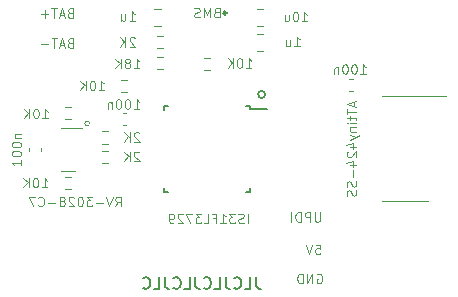
<source format=gbr>
%TF.GenerationSoftware,KiCad,Pcbnew,7.0.7*%
%TF.CreationDate,2024-04-20T23:27:06+02:00*%
%TF.ProjectId,Heptachron,48657074-6163-4687-926f-6e2e6b696361,rev?*%
%TF.SameCoordinates,Original*%
%TF.FileFunction,Legend,Bot*%
%TF.FilePolarity,Positive*%
%FSLAX46Y46*%
G04 Gerber Fmt 4.6, Leading zero omitted, Abs format (unit mm)*
G04 Created by KiCad (PCBNEW 7.0.7) date 2024-04-20 23:27:06*
%MOMM*%
%LPD*%
G01*
G04 APERTURE LIST*
%ADD10C,0.150000*%
%ADD11C,0.125000*%
%ADD12C,0.120000*%
%ADD13C,0.254000*%
G04 APERTURE END LIST*
D10*
X152900000Y-96387500D02*
G75*
G03*
X152900000Y-96387500I-300000J0D01*
G01*
D11*
X148777202Y-89453810D02*
X148662916Y-89491905D01*
X148662916Y-89491905D02*
X148624821Y-89530001D01*
X148624821Y-89530001D02*
X148586725Y-89606191D01*
X148586725Y-89606191D02*
X148586725Y-89720477D01*
X148586725Y-89720477D02*
X148624821Y-89796667D01*
X148624821Y-89796667D02*
X148662916Y-89834763D01*
X148662916Y-89834763D02*
X148739106Y-89872858D01*
X148739106Y-89872858D02*
X149043868Y-89872858D01*
X149043868Y-89872858D02*
X149043868Y-89072858D01*
X149043868Y-89072858D02*
X148777202Y-89072858D01*
X148777202Y-89072858D02*
X148701011Y-89110953D01*
X148701011Y-89110953D02*
X148662916Y-89149048D01*
X148662916Y-89149048D02*
X148624821Y-89225239D01*
X148624821Y-89225239D02*
X148624821Y-89301429D01*
X148624821Y-89301429D02*
X148662916Y-89377620D01*
X148662916Y-89377620D02*
X148701011Y-89415715D01*
X148701011Y-89415715D02*
X148777202Y-89453810D01*
X148777202Y-89453810D02*
X149043868Y-89453810D01*
X148243868Y-89872858D02*
X148243868Y-89072858D01*
X148243868Y-89072858D02*
X147977202Y-89644286D01*
X147977202Y-89644286D02*
X147710535Y-89072858D01*
X147710535Y-89072858D02*
X147710535Y-89872858D01*
X147367678Y-89834763D02*
X147253392Y-89872858D01*
X147253392Y-89872858D02*
X147062916Y-89872858D01*
X147062916Y-89872858D02*
X146986725Y-89834763D01*
X146986725Y-89834763D02*
X146948630Y-89796667D01*
X146948630Y-89796667D02*
X146910535Y-89720477D01*
X146910535Y-89720477D02*
X146910535Y-89644286D01*
X146910535Y-89644286D02*
X146948630Y-89568096D01*
X146948630Y-89568096D02*
X146986725Y-89530001D01*
X146986725Y-89530001D02*
X147062916Y-89491905D01*
X147062916Y-89491905D02*
X147215297Y-89453810D01*
X147215297Y-89453810D02*
X147291487Y-89415715D01*
X147291487Y-89415715D02*
X147329582Y-89377620D01*
X147329582Y-89377620D02*
X147367678Y-89301429D01*
X147367678Y-89301429D02*
X147367678Y-89225239D01*
X147367678Y-89225239D02*
X147329582Y-89149048D01*
X147329582Y-89149048D02*
X147291487Y-89110953D01*
X147291487Y-89110953D02*
X147215297Y-89072858D01*
X147215297Y-89072858D02*
X147024820Y-89072858D01*
X147024820Y-89072858D02*
X146910535Y-89110953D01*
D10*
X152127506Y-111869819D02*
X152127506Y-112584104D01*
X152127506Y-112584104D02*
X152175125Y-112726961D01*
X152175125Y-112726961D02*
X152270363Y-112822200D01*
X152270363Y-112822200D02*
X152413220Y-112869819D01*
X152413220Y-112869819D02*
X152508458Y-112869819D01*
X151175125Y-112869819D02*
X151651315Y-112869819D01*
X151651315Y-112869819D02*
X151651315Y-111869819D01*
X150270363Y-112774580D02*
X150317982Y-112822200D01*
X150317982Y-112822200D02*
X150460839Y-112869819D01*
X150460839Y-112869819D02*
X150556077Y-112869819D01*
X150556077Y-112869819D02*
X150698934Y-112822200D01*
X150698934Y-112822200D02*
X150794172Y-112726961D01*
X150794172Y-112726961D02*
X150841791Y-112631723D01*
X150841791Y-112631723D02*
X150889410Y-112441247D01*
X150889410Y-112441247D02*
X150889410Y-112298390D01*
X150889410Y-112298390D02*
X150841791Y-112107914D01*
X150841791Y-112107914D02*
X150794172Y-112012676D01*
X150794172Y-112012676D02*
X150698934Y-111917438D01*
X150698934Y-111917438D02*
X150556077Y-111869819D01*
X150556077Y-111869819D02*
X150460839Y-111869819D01*
X150460839Y-111869819D02*
X150317982Y-111917438D01*
X150317982Y-111917438D02*
X150270363Y-111965057D01*
X149556077Y-111869819D02*
X149556077Y-112584104D01*
X149556077Y-112584104D02*
X149603696Y-112726961D01*
X149603696Y-112726961D02*
X149698934Y-112822200D01*
X149698934Y-112822200D02*
X149841791Y-112869819D01*
X149841791Y-112869819D02*
X149937029Y-112869819D01*
X148603696Y-112869819D02*
X149079886Y-112869819D01*
X149079886Y-112869819D02*
X149079886Y-111869819D01*
X147698934Y-112774580D02*
X147746553Y-112822200D01*
X147746553Y-112822200D02*
X147889410Y-112869819D01*
X147889410Y-112869819D02*
X147984648Y-112869819D01*
X147984648Y-112869819D02*
X148127505Y-112822200D01*
X148127505Y-112822200D02*
X148222743Y-112726961D01*
X148222743Y-112726961D02*
X148270362Y-112631723D01*
X148270362Y-112631723D02*
X148317981Y-112441247D01*
X148317981Y-112441247D02*
X148317981Y-112298390D01*
X148317981Y-112298390D02*
X148270362Y-112107914D01*
X148270362Y-112107914D02*
X148222743Y-112012676D01*
X148222743Y-112012676D02*
X148127505Y-111917438D01*
X148127505Y-111917438D02*
X147984648Y-111869819D01*
X147984648Y-111869819D02*
X147889410Y-111869819D01*
X147889410Y-111869819D02*
X147746553Y-111917438D01*
X147746553Y-111917438D02*
X147698934Y-111965057D01*
X146984648Y-111869819D02*
X146984648Y-112584104D01*
X146984648Y-112584104D02*
X147032267Y-112726961D01*
X147032267Y-112726961D02*
X147127505Y-112822200D01*
X147127505Y-112822200D02*
X147270362Y-112869819D01*
X147270362Y-112869819D02*
X147365600Y-112869819D01*
X146032267Y-112869819D02*
X146508457Y-112869819D01*
X146508457Y-112869819D02*
X146508457Y-111869819D01*
X145127505Y-112774580D02*
X145175124Y-112822200D01*
X145175124Y-112822200D02*
X145317981Y-112869819D01*
X145317981Y-112869819D02*
X145413219Y-112869819D01*
X145413219Y-112869819D02*
X145556076Y-112822200D01*
X145556076Y-112822200D02*
X145651314Y-112726961D01*
X145651314Y-112726961D02*
X145698933Y-112631723D01*
X145698933Y-112631723D02*
X145746552Y-112441247D01*
X145746552Y-112441247D02*
X145746552Y-112298390D01*
X145746552Y-112298390D02*
X145698933Y-112107914D01*
X145698933Y-112107914D02*
X145651314Y-112012676D01*
X145651314Y-112012676D02*
X145556076Y-111917438D01*
X145556076Y-111917438D02*
X145413219Y-111869819D01*
X145413219Y-111869819D02*
X145317981Y-111869819D01*
X145317981Y-111869819D02*
X145175124Y-111917438D01*
X145175124Y-111917438D02*
X145127505Y-111965057D01*
X144413219Y-111869819D02*
X144413219Y-112584104D01*
X144413219Y-112584104D02*
X144460838Y-112726961D01*
X144460838Y-112726961D02*
X144556076Y-112822200D01*
X144556076Y-112822200D02*
X144698933Y-112869819D01*
X144698933Y-112869819D02*
X144794171Y-112869819D01*
X143460838Y-112869819D02*
X143937028Y-112869819D01*
X143937028Y-112869819D02*
X143937028Y-111869819D01*
X142556076Y-112774580D02*
X142603695Y-112822200D01*
X142603695Y-112822200D02*
X142746552Y-112869819D01*
X142746552Y-112869819D02*
X142841790Y-112869819D01*
X142841790Y-112869819D02*
X142984647Y-112822200D01*
X142984647Y-112822200D02*
X143079885Y-112726961D01*
X143079885Y-112726961D02*
X143127504Y-112631723D01*
X143127504Y-112631723D02*
X143175123Y-112441247D01*
X143175123Y-112441247D02*
X143175123Y-112298390D01*
X143175123Y-112298390D02*
X143127504Y-112107914D01*
X143127504Y-112107914D02*
X143079885Y-112012676D01*
X143079885Y-112012676D02*
X142984647Y-111917438D01*
X142984647Y-111917438D02*
X142841790Y-111869819D01*
X142841790Y-111869819D02*
X142746552Y-111869819D01*
X142746552Y-111869819D02*
X142603695Y-111917438D01*
X142603695Y-111917438D02*
X142556076Y-111965057D01*
D11*
X155999286Y-90198595D02*
X156456429Y-90198595D01*
X156227857Y-90198595D02*
X156227857Y-89398595D01*
X156227857Y-89398595D02*
X156304048Y-89512880D01*
X156304048Y-89512880D02*
X156380238Y-89589071D01*
X156380238Y-89589071D02*
X156456429Y-89627166D01*
X155504047Y-89398595D02*
X155427857Y-89398595D01*
X155427857Y-89398595D02*
X155351666Y-89436690D01*
X155351666Y-89436690D02*
X155313571Y-89474785D01*
X155313571Y-89474785D02*
X155275476Y-89550976D01*
X155275476Y-89550976D02*
X155237381Y-89703357D01*
X155237381Y-89703357D02*
X155237381Y-89893833D01*
X155237381Y-89893833D02*
X155275476Y-90046214D01*
X155275476Y-90046214D02*
X155313571Y-90122404D01*
X155313571Y-90122404D02*
X155351666Y-90160500D01*
X155351666Y-90160500D02*
X155427857Y-90198595D01*
X155427857Y-90198595D02*
X155504047Y-90198595D01*
X155504047Y-90198595D02*
X155580238Y-90160500D01*
X155580238Y-90160500D02*
X155618333Y-90122404D01*
X155618333Y-90122404D02*
X155656428Y-90046214D01*
X155656428Y-90046214D02*
X155694524Y-89893833D01*
X155694524Y-89893833D02*
X155694524Y-89703357D01*
X155694524Y-89703357D02*
X155656428Y-89550976D01*
X155656428Y-89550976D02*
X155618333Y-89474785D01*
X155618333Y-89474785D02*
X155580238Y-89436690D01*
X155580238Y-89436690D02*
X155504047Y-89398595D01*
X154551666Y-89665261D02*
X154551666Y-90198595D01*
X154894523Y-89665261D02*
X154894523Y-90084309D01*
X154894523Y-90084309D02*
X154856428Y-90160500D01*
X154856428Y-90160500D02*
X154780238Y-90198595D01*
X154780238Y-90198595D02*
X154665952Y-90198595D01*
X154665952Y-90198595D02*
X154589761Y-90160500D01*
X154589761Y-90160500D02*
X154551666Y-90122404D01*
X134002381Y-104263595D02*
X134459524Y-104263595D01*
X134230952Y-104263595D02*
X134230952Y-103463595D01*
X134230952Y-103463595D02*
X134307143Y-103577880D01*
X134307143Y-103577880D02*
X134383333Y-103654071D01*
X134383333Y-103654071D02*
X134459524Y-103692166D01*
X133507142Y-103463595D02*
X133430952Y-103463595D01*
X133430952Y-103463595D02*
X133354761Y-103501690D01*
X133354761Y-103501690D02*
X133316666Y-103539785D01*
X133316666Y-103539785D02*
X133278571Y-103615976D01*
X133278571Y-103615976D02*
X133240476Y-103768357D01*
X133240476Y-103768357D02*
X133240476Y-103958833D01*
X133240476Y-103958833D02*
X133278571Y-104111214D01*
X133278571Y-104111214D02*
X133316666Y-104187404D01*
X133316666Y-104187404D02*
X133354761Y-104225500D01*
X133354761Y-104225500D02*
X133430952Y-104263595D01*
X133430952Y-104263595D02*
X133507142Y-104263595D01*
X133507142Y-104263595D02*
X133583333Y-104225500D01*
X133583333Y-104225500D02*
X133621428Y-104187404D01*
X133621428Y-104187404D02*
X133659523Y-104111214D01*
X133659523Y-104111214D02*
X133697619Y-103958833D01*
X133697619Y-103958833D02*
X133697619Y-103768357D01*
X133697619Y-103768357D02*
X133659523Y-103615976D01*
X133659523Y-103615976D02*
X133621428Y-103539785D01*
X133621428Y-103539785D02*
X133583333Y-103501690D01*
X133583333Y-103501690D02*
X133507142Y-103463595D01*
X132897618Y-104263595D02*
X132897618Y-103463595D01*
X132440475Y-104263595D02*
X132783333Y-103806452D01*
X132440475Y-103463595D02*
X132897618Y-103920738D01*
X155368333Y-92308595D02*
X155825476Y-92308595D01*
X155596904Y-92308595D02*
X155596904Y-91508595D01*
X155596904Y-91508595D02*
X155673095Y-91622880D01*
X155673095Y-91622880D02*
X155749285Y-91699071D01*
X155749285Y-91699071D02*
X155825476Y-91737166D01*
X154682618Y-91775261D02*
X154682618Y-92308595D01*
X155025475Y-91775261D02*
X155025475Y-92194309D01*
X155025475Y-92194309D02*
X154987380Y-92270500D01*
X154987380Y-92270500D02*
X154911190Y-92308595D01*
X154911190Y-92308595D02*
X154796904Y-92308595D01*
X154796904Y-92308595D02*
X154720713Y-92270500D01*
X154720713Y-92270500D02*
X154682618Y-92232404D01*
X157552448Y-106360623D02*
X157552448Y-107008242D01*
X157552448Y-107008242D02*
X157514353Y-107084432D01*
X157514353Y-107084432D02*
X157476258Y-107122528D01*
X157476258Y-107122528D02*
X157400067Y-107160623D01*
X157400067Y-107160623D02*
X157247686Y-107160623D01*
X157247686Y-107160623D02*
X157171496Y-107122528D01*
X157171496Y-107122528D02*
X157133401Y-107084432D01*
X157133401Y-107084432D02*
X157095305Y-107008242D01*
X157095305Y-107008242D02*
X157095305Y-106360623D01*
X156714353Y-107160623D02*
X156714353Y-106360623D01*
X156714353Y-106360623D02*
X156409591Y-106360623D01*
X156409591Y-106360623D02*
X156333401Y-106398718D01*
X156333401Y-106398718D02*
X156295306Y-106436813D01*
X156295306Y-106436813D02*
X156257210Y-106513004D01*
X156257210Y-106513004D02*
X156257210Y-106627289D01*
X156257210Y-106627289D02*
X156295306Y-106703480D01*
X156295306Y-106703480D02*
X156333401Y-106741575D01*
X156333401Y-106741575D02*
X156409591Y-106779670D01*
X156409591Y-106779670D02*
X156714353Y-106779670D01*
X155914353Y-107160623D02*
X155914353Y-106360623D01*
X155914353Y-106360623D02*
X155723877Y-106360623D01*
X155723877Y-106360623D02*
X155609591Y-106398718D01*
X155609591Y-106398718D02*
X155533401Y-106474908D01*
X155533401Y-106474908D02*
X155495306Y-106551099D01*
X155495306Y-106551099D02*
X155457210Y-106703480D01*
X155457210Y-106703480D02*
X155457210Y-106817766D01*
X155457210Y-106817766D02*
X155495306Y-106970147D01*
X155495306Y-106970147D02*
X155533401Y-107046337D01*
X155533401Y-107046337D02*
X155609591Y-107122528D01*
X155609591Y-107122528D02*
X155723877Y-107160623D01*
X155723877Y-107160623D02*
X155914353Y-107160623D01*
X155114353Y-107160623D02*
X155114353Y-106360623D01*
X160385023Y-97019046D02*
X160385023Y-97399999D01*
X160613595Y-96942856D02*
X159813595Y-97209523D01*
X159813595Y-97209523D02*
X160613595Y-97476189D01*
X159813595Y-97628570D02*
X159813595Y-98085713D01*
X160613595Y-97857141D02*
X159813595Y-97857141D01*
X160080261Y-98238094D02*
X160080261Y-98542856D01*
X159813595Y-98352380D02*
X160499309Y-98352380D01*
X160499309Y-98352380D02*
X160575500Y-98390475D01*
X160575500Y-98390475D02*
X160613595Y-98466665D01*
X160613595Y-98466665D02*
X160613595Y-98542856D01*
X160613595Y-98809523D02*
X160080261Y-98809523D01*
X159813595Y-98809523D02*
X159851690Y-98771427D01*
X159851690Y-98771427D02*
X159889785Y-98809523D01*
X159889785Y-98809523D02*
X159851690Y-98847618D01*
X159851690Y-98847618D02*
X159813595Y-98809523D01*
X159813595Y-98809523D02*
X159889785Y-98809523D01*
X160080261Y-99190475D02*
X160613595Y-99190475D01*
X160156452Y-99190475D02*
X160118357Y-99228570D01*
X160118357Y-99228570D02*
X160080261Y-99304760D01*
X160080261Y-99304760D02*
X160080261Y-99419046D01*
X160080261Y-99419046D02*
X160118357Y-99495237D01*
X160118357Y-99495237D02*
X160194547Y-99533332D01*
X160194547Y-99533332D02*
X160613595Y-99533332D01*
X160080261Y-99838094D02*
X160613595Y-100028570D01*
X160080261Y-100219047D02*
X160613595Y-100028570D01*
X160613595Y-100028570D02*
X160804071Y-99952380D01*
X160804071Y-99952380D02*
X160842166Y-99914285D01*
X160842166Y-99914285D02*
X160880261Y-99838094D01*
X160080261Y-100866666D02*
X160613595Y-100866666D01*
X159775500Y-100676190D02*
X160346928Y-100485713D01*
X160346928Y-100485713D02*
X160346928Y-100980952D01*
X159889785Y-101247618D02*
X159851690Y-101285714D01*
X159851690Y-101285714D02*
X159813595Y-101361904D01*
X159813595Y-101361904D02*
X159813595Y-101552380D01*
X159813595Y-101552380D02*
X159851690Y-101628571D01*
X159851690Y-101628571D02*
X159889785Y-101666666D01*
X159889785Y-101666666D02*
X159965976Y-101704761D01*
X159965976Y-101704761D02*
X160042166Y-101704761D01*
X160042166Y-101704761D02*
X160156452Y-101666666D01*
X160156452Y-101666666D02*
X160613595Y-101209523D01*
X160613595Y-101209523D02*
X160613595Y-101704761D01*
X160080261Y-102390476D02*
X160613595Y-102390476D01*
X159775500Y-102200000D02*
X160346928Y-102009523D01*
X160346928Y-102009523D02*
X160346928Y-102504762D01*
X160308833Y-102809524D02*
X160308833Y-103419048D01*
X160575500Y-103761904D02*
X160613595Y-103876190D01*
X160613595Y-103876190D02*
X160613595Y-104066666D01*
X160613595Y-104066666D02*
X160575500Y-104142857D01*
X160575500Y-104142857D02*
X160537404Y-104180952D01*
X160537404Y-104180952D02*
X160461214Y-104219047D01*
X160461214Y-104219047D02*
X160385023Y-104219047D01*
X160385023Y-104219047D02*
X160308833Y-104180952D01*
X160308833Y-104180952D02*
X160270738Y-104142857D01*
X160270738Y-104142857D02*
X160232642Y-104066666D01*
X160232642Y-104066666D02*
X160194547Y-103914285D01*
X160194547Y-103914285D02*
X160156452Y-103838095D01*
X160156452Y-103838095D02*
X160118357Y-103800000D01*
X160118357Y-103800000D02*
X160042166Y-103761904D01*
X160042166Y-103761904D02*
X159965976Y-103761904D01*
X159965976Y-103761904D02*
X159889785Y-103800000D01*
X159889785Y-103800000D02*
X159851690Y-103838095D01*
X159851690Y-103838095D02*
X159813595Y-103914285D01*
X159813595Y-103914285D02*
X159813595Y-104104762D01*
X159813595Y-104104762D02*
X159851690Y-104219047D01*
X160575500Y-104523809D02*
X160613595Y-104638095D01*
X160613595Y-104638095D02*
X160613595Y-104828571D01*
X160613595Y-104828571D02*
X160575500Y-104904762D01*
X160575500Y-104904762D02*
X160537404Y-104942857D01*
X160537404Y-104942857D02*
X160461214Y-104980952D01*
X160461214Y-104980952D02*
X160385023Y-104980952D01*
X160385023Y-104980952D02*
X160308833Y-104942857D01*
X160308833Y-104942857D02*
X160270738Y-104904762D01*
X160270738Y-104904762D02*
X160232642Y-104828571D01*
X160232642Y-104828571D02*
X160194547Y-104676190D01*
X160194547Y-104676190D02*
X160156452Y-104600000D01*
X160156452Y-104600000D02*
X160118357Y-104561905D01*
X160118357Y-104561905D02*
X160042166Y-104523809D01*
X160042166Y-104523809D02*
X159965976Y-104523809D01*
X159965976Y-104523809D02*
X159889785Y-104561905D01*
X159889785Y-104561905D02*
X159851690Y-104600000D01*
X159851690Y-104600000D02*
X159813595Y-104676190D01*
X159813595Y-104676190D02*
X159813595Y-104866667D01*
X159813595Y-104866667D02*
X159851690Y-104980952D01*
X136382074Y-92037672D02*
X136267788Y-92075767D01*
X136267788Y-92075767D02*
X136229693Y-92113863D01*
X136229693Y-92113863D02*
X136191597Y-92190053D01*
X136191597Y-92190053D02*
X136191597Y-92304339D01*
X136191597Y-92304339D02*
X136229693Y-92380529D01*
X136229693Y-92380529D02*
X136267788Y-92418625D01*
X136267788Y-92418625D02*
X136343978Y-92456720D01*
X136343978Y-92456720D02*
X136648740Y-92456720D01*
X136648740Y-92456720D02*
X136648740Y-91656720D01*
X136648740Y-91656720D02*
X136382074Y-91656720D01*
X136382074Y-91656720D02*
X136305883Y-91694815D01*
X136305883Y-91694815D02*
X136267788Y-91732910D01*
X136267788Y-91732910D02*
X136229693Y-91809101D01*
X136229693Y-91809101D02*
X136229693Y-91885291D01*
X136229693Y-91885291D02*
X136267788Y-91961482D01*
X136267788Y-91961482D02*
X136305883Y-91999577D01*
X136305883Y-91999577D02*
X136382074Y-92037672D01*
X136382074Y-92037672D02*
X136648740Y-92037672D01*
X135886836Y-92228148D02*
X135505883Y-92228148D01*
X135963026Y-92456720D02*
X135696359Y-91656720D01*
X135696359Y-91656720D02*
X135429693Y-92456720D01*
X135277312Y-91656720D02*
X134820169Y-91656720D01*
X135048741Y-92456720D02*
X135048741Y-91656720D01*
X134553502Y-92151958D02*
X133943979Y-92151958D01*
X157289523Y-111601690D02*
X157365713Y-111563595D01*
X157365713Y-111563595D02*
X157479999Y-111563595D01*
X157479999Y-111563595D02*
X157594285Y-111601690D01*
X157594285Y-111601690D02*
X157670475Y-111677880D01*
X157670475Y-111677880D02*
X157708570Y-111754071D01*
X157708570Y-111754071D02*
X157746666Y-111906452D01*
X157746666Y-111906452D02*
X157746666Y-112020738D01*
X157746666Y-112020738D02*
X157708570Y-112173119D01*
X157708570Y-112173119D02*
X157670475Y-112249309D01*
X157670475Y-112249309D02*
X157594285Y-112325500D01*
X157594285Y-112325500D02*
X157479999Y-112363595D01*
X157479999Y-112363595D02*
X157403808Y-112363595D01*
X157403808Y-112363595D02*
X157289523Y-112325500D01*
X157289523Y-112325500D02*
X157251427Y-112287404D01*
X157251427Y-112287404D02*
X157251427Y-112020738D01*
X157251427Y-112020738D02*
X157403808Y-112020738D01*
X156908570Y-112363595D02*
X156908570Y-111563595D01*
X156908570Y-111563595D02*
X156451427Y-112363595D01*
X156451427Y-112363595D02*
X156451427Y-111563595D01*
X156070475Y-112363595D02*
X156070475Y-111563595D01*
X156070475Y-111563595D02*
X155879999Y-111563595D01*
X155879999Y-111563595D02*
X155765713Y-111601690D01*
X155765713Y-111601690D02*
X155689523Y-111677880D01*
X155689523Y-111677880D02*
X155651428Y-111754071D01*
X155651428Y-111754071D02*
X155613332Y-111906452D01*
X155613332Y-111906452D02*
X155613332Y-112020738D01*
X155613332Y-112020738D02*
X155651428Y-112173119D01*
X155651428Y-112173119D02*
X155689523Y-112249309D01*
X155689523Y-112249309D02*
X155765713Y-112325500D01*
X155765713Y-112325500D02*
X155879999Y-112363595D01*
X155879999Y-112363595D02*
X156070475Y-112363595D01*
X142243571Y-99664785D02*
X142205475Y-99626690D01*
X142205475Y-99626690D02*
X142129285Y-99588595D01*
X142129285Y-99588595D02*
X141938809Y-99588595D01*
X141938809Y-99588595D02*
X141862618Y-99626690D01*
X141862618Y-99626690D02*
X141824523Y-99664785D01*
X141824523Y-99664785D02*
X141786428Y-99740976D01*
X141786428Y-99740976D02*
X141786428Y-99817166D01*
X141786428Y-99817166D02*
X141824523Y-99931452D01*
X141824523Y-99931452D02*
X142281666Y-100388595D01*
X142281666Y-100388595D02*
X141786428Y-100388595D01*
X141443570Y-100388595D02*
X141443570Y-99588595D01*
X140986427Y-100388595D02*
X141329285Y-99931452D01*
X140986427Y-99588595D02*
X141443570Y-100045738D01*
X134027381Y-98413595D02*
X134484524Y-98413595D01*
X134255952Y-98413595D02*
X134255952Y-97613595D01*
X134255952Y-97613595D02*
X134332143Y-97727880D01*
X134332143Y-97727880D02*
X134408333Y-97804071D01*
X134408333Y-97804071D02*
X134484524Y-97842166D01*
X133532142Y-97613595D02*
X133455952Y-97613595D01*
X133455952Y-97613595D02*
X133379761Y-97651690D01*
X133379761Y-97651690D02*
X133341666Y-97689785D01*
X133341666Y-97689785D02*
X133303571Y-97765976D01*
X133303571Y-97765976D02*
X133265476Y-97918357D01*
X133265476Y-97918357D02*
X133265476Y-98108833D01*
X133265476Y-98108833D02*
X133303571Y-98261214D01*
X133303571Y-98261214D02*
X133341666Y-98337404D01*
X133341666Y-98337404D02*
X133379761Y-98375500D01*
X133379761Y-98375500D02*
X133455952Y-98413595D01*
X133455952Y-98413595D02*
X133532142Y-98413595D01*
X133532142Y-98413595D02*
X133608333Y-98375500D01*
X133608333Y-98375500D02*
X133646428Y-98337404D01*
X133646428Y-98337404D02*
X133684523Y-98261214D01*
X133684523Y-98261214D02*
X133722619Y-98108833D01*
X133722619Y-98108833D02*
X133722619Y-97918357D01*
X133722619Y-97918357D02*
X133684523Y-97765976D01*
X133684523Y-97765976D02*
X133646428Y-97689785D01*
X133646428Y-97689785D02*
X133608333Y-97651690D01*
X133608333Y-97651690D02*
X133532142Y-97613595D01*
X132922618Y-98413595D02*
X132922618Y-97613595D01*
X132465475Y-98413595D02*
X132808333Y-97956452D01*
X132465475Y-97613595D02*
X132922618Y-98070738D01*
X132238595Y-101945238D02*
X132238595Y-102402381D01*
X132238595Y-102173809D02*
X131438595Y-102173809D01*
X131438595Y-102173809D02*
X131552880Y-102250000D01*
X131552880Y-102250000D02*
X131629071Y-102326190D01*
X131629071Y-102326190D02*
X131667166Y-102402381D01*
X131438595Y-101449999D02*
X131438595Y-101373809D01*
X131438595Y-101373809D02*
X131476690Y-101297618D01*
X131476690Y-101297618D02*
X131514785Y-101259523D01*
X131514785Y-101259523D02*
X131590976Y-101221428D01*
X131590976Y-101221428D02*
X131743357Y-101183333D01*
X131743357Y-101183333D02*
X131933833Y-101183333D01*
X131933833Y-101183333D02*
X132086214Y-101221428D01*
X132086214Y-101221428D02*
X132162404Y-101259523D01*
X132162404Y-101259523D02*
X132200500Y-101297618D01*
X132200500Y-101297618D02*
X132238595Y-101373809D01*
X132238595Y-101373809D02*
X132238595Y-101449999D01*
X132238595Y-101449999D02*
X132200500Y-101526190D01*
X132200500Y-101526190D02*
X132162404Y-101564285D01*
X132162404Y-101564285D02*
X132086214Y-101602380D01*
X132086214Y-101602380D02*
X131933833Y-101640476D01*
X131933833Y-101640476D02*
X131743357Y-101640476D01*
X131743357Y-101640476D02*
X131590976Y-101602380D01*
X131590976Y-101602380D02*
X131514785Y-101564285D01*
X131514785Y-101564285D02*
X131476690Y-101526190D01*
X131476690Y-101526190D02*
X131438595Y-101449999D01*
X131438595Y-100688094D02*
X131438595Y-100611904D01*
X131438595Y-100611904D02*
X131476690Y-100535713D01*
X131476690Y-100535713D02*
X131514785Y-100497618D01*
X131514785Y-100497618D02*
X131590976Y-100459523D01*
X131590976Y-100459523D02*
X131743357Y-100421428D01*
X131743357Y-100421428D02*
X131933833Y-100421428D01*
X131933833Y-100421428D02*
X132086214Y-100459523D01*
X132086214Y-100459523D02*
X132162404Y-100497618D01*
X132162404Y-100497618D02*
X132200500Y-100535713D01*
X132200500Y-100535713D02*
X132238595Y-100611904D01*
X132238595Y-100611904D02*
X132238595Y-100688094D01*
X132238595Y-100688094D02*
X132200500Y-100764285D01*
X132200500Y-100764285D02*
X132162404Y-100802380D01*
X132162404Y-100802380D02*
X132086214Y-100840475D01*
X132086214Y-100840475D02*
X131933833Y-100878571D01*
X131933833Y-100878571D02*
X131743357Y-100878571D01*
X131743357Y-100878571D02*
X131590976Y-100840475D01*
X131590976Y-100840475D02*
X131514785Y-100802380D01*
X131514785Y-100802380D02*
X131476690Y-100764285D01*
X131476690Y-100764285D02*
X131438595Y-100688094D01*
X131705261Y-100078570D02*
X132238595Y-100078570D01*
X131781452Y-100078570D02*
X131743357Y-100040475D01*
X131743357Y-100040475D02*
X131705261Y-99964285D01*
X131705261Y-99964285D02*
X131705261Y-99849999D01*
X131705261Y-99849999D02*
X131743357Y-99773808D01*
X131743357Y-99773808D02*
X131819547Y-99735713D01*
X131819547Y-99735713D02*
X132238595Y-99735713D01*
X151427778Y-107279931D02*
X151427778Y-106479931D01*
X151084922Y-107241836D02*
X150970636Y-107279931D01*
X150970636Y-107279931D02*
X150780160Y-107279931D01*
X150780160Y-107279931D02*
X150703969Y-107241836D01*
X150703969Y-107241836D02*
X150665874Y-107203740D01*
X150665874Y-107203740D02*
X150627779Y-107127550D01*
X150627779Y-107127550D02*
X150627779Y-107051359D01*
X150627779Y-107051359D02*
X150665874Y-106975169D01*
X150665874Y-106975169D02*
X150703969Y-106937074D01*
X150703969Y-106937074D02*
X150780160Y-106898978D01*
X150780160Y-106898978D02*
X150932541Y-106860883D01*
X150932541Y-106860883D02*
X151008731Y-106822788D01*
X151008731Y-106822788D02*
X151046826Y-106784693D01*
X151046826Y-106784693D02*
X151084922Y-106708502D01*
X151084922Y-106708502D02*
X151084922Y-106632312D01*
X151084922Y-106632312D02*
X151046826Y-106556121D01*
X151046826Y-106556121D02*
X151008731Y-106518026D01*
X151008731Y-106518026D02*
X150932541Y-106479931D01*
X150932541Y-106479931D02*
X150742064Y-106479931D01*
X150742064Y-106479931D02*
X150627779Y-106518026D01*
X150361112Y-106479931D02*
X149865874Y-106479931D01*
X149865874Y-106479931D02*
X150132540Y-106784693D01*
X150132540Y-106784693D02*
X150018255Y-106784693D01*
X150018255Y-106784693D02*
X149942064Y-106822788D01*
X149942064Y-106822788D02*
X149903969Y-106860883D01*
X149903969Y-106860883D02*
X149865874Y-106937074D01*
X149865874Y-106937074D02*
X149865874Y-107127550D01*
X149865874Y-107127550D02*
X149903969Y-107203740D01*
X149903969Y-107203740D02*
X149942064Y-107241836D01*
X149942064Y-107241836D02*
X150018255Y-107279931D01*
X150018255Y-107279931D02*
X150246826Y-107279931D01*
X150246826Y-107279931D02*
X150323017Y-107241836D01*
X150323017Y-107241836D02*
X150361112Y-107203740D01*
X149103969Y-107279931D02*
X149561112Y-107279931D01*
X149332540Y-107279931D02*
X149332540Y-106479931D01*
X149332540Y-106479931D02*
X149408731Y-106594216D01*
X149408731Y-106594216D02*
X149484921Y-106670407D01*
X149484921Y-106670407D02*
X149561112Y-106708502D01*
X148494445Y-106860883D02*
X148761111Y-106860883D01*
X148761111Y-107279931D02*
X148761111Y-106479931D01*
X148761111Y-106479931D02*
X148380159Y-106479931D01*
X147694445Y-107279931D02*
X148075397Y-107279931D01*
X148075397Y-107279931D02*
X148075397Y-106479931D01*
X147503969Y-106479931D02*
X147008731Y-106479931D01*
X147008731Y-106479931D02*
X147275397Y-106784693D01*
X147275397Y-106784693D02*
X147161112Y-106784693D01*
X147161112Y-106784693D02*
X147084921Y-106822788D01*
X147084921Y-106822788D02*
X147046826Y-106860883D01*
X147046826Y-106860883D02*
X147008731Y-106937074D01*
X147008731Y-106937074D02*
X147008731Y-107127550D01*
X147008731Y-107127550D02*
X147046826Y-107203740D01*
X147046826Y-107203740D02*
X147084921Y-107241836D01*
X147084921Y-107241836D02*
X147161112Y-107279931D01*
X147161112Y-107279931D02*
X147389683Y-107279931D01*
X147389683Y-107279931D02*
X147465874Y-107241836D01*
X147465874Y-107241836D02*
X147503969Y-107203740D01*
X146742064Y-106479931D02*
X146208730Y-106479931D01*
X146208730Y-106479931D02*
X146551588Y-107279931D01*
X145942064Y-106556121D02*
X145903968Y-106518026D01*
X145903968Y-106518026D02*
X145827778Y-106479931D01*
X145827778Y-106479931D02*
X145637302Y-106479931D01*
X145637302Y-106479931D02*
X145561111Y-106518026D01*
X145561111Y-106518026D02*
X145523016Y-106556121D01*
X145523016Y-106556121D02*
X145484921Y-106632312D01*
X145484921Y-106632312D02*
X145484921Y-106708502D01*
X145484921Y-106708502D02*
X145523016Y-106822788D01*
X145523016Y-106822788D02*
X145980159Y-107279931D01*
X145980159Y-107279931D02*
X145484921Y-107279931D01*
X145103968Y-107279931D02*
X144951587Y-107279931D01*
X144951587Y-107279931D02*
X144875397Y-107241836D01*
X144875397Y-107241836D02*
X144837301Y-107203740D01*
X144837301Y-107203740D02*
X144761111Y-107089455D01*
X144761111Y-107089455D02*
X144723016Y-106937074D01*
X144723016Y-106937074D02*
X144723016Y-106632312D01*
X144723016Y-106632312D02*
X144761111Y-106556121D01*
X144761111Y-106556121D02*
X144799206Y-106518026D01*
X144799206Y-106518026D02*
X144875397Y-106479931D01*
X144875397Y-106479931D02*
X145027778Y-106479931D01*
X145027778Y-106479931D02*
X145103968Y-106518026D01*
X145103968Y-106518026D02*
X145142063Y-106556121D01*
X145142063Y-106556121D02*
X145180159Y-106632312D01*
X145180159Y-106632312D02*
X145180159Y-106822788D01*
X145180159Y-106822788D02*
X145142063Y-106898978D01*
X145142063Y-106898978D02*
X145103968Y-106937074D01*
X145103968Y-106937074D02*
X145027778Y-106975169D01*
X145027778Y-106975169D02*
X144875397Y-106975169D01*
X144875397Y-106975169D02*
X144799206Y-106937074D01*
X144799206Y-106937074D02*
X144761111Y-106898978D01*
X144761111Y-106898978D02*
X144723016Y-106822788D01*
X136369260Y-89476870D02*
X136254974Y-89514965D01*
X136254974Y-89514965D02*
X136216879Y-89553061D01*
X136216879Y-89553061D02*
X136178783Y-89629251D01*
X136178783Y-89629251D02*
X136178783Y-89743537D01*
X136178783Y-89743537D02*
X136216879Y-89819727D01*
X136216879Y-89819727D02*
X136254974Y-89857823D01*
X136254974Y-89857823D02*
X136331164Y-89895918D01*
X136331164Y-89895918D02*
X136635926Y-89895918D01*
X136635926Y-89895918D02*
X136635926Y-89095918D01*
X136635926Y-89095918D02*
X136369260Y-89095918D01*
X136369260Y-89095918D02*
X136293069Y-89134013D01*
X136293069Y-89134013D02*
X136254974Y-89172108D01*
X136254974Y-89172108D02*
X136216879Y-89248299D01*
X136216879Y-89248299D02*
X136216879Y-89324489D01*
X136216879Y-89324489D02*
X136254974Y-89400680D01*
X136254974Y-89400680D02*
X136293069Y-89438775D01*
X136293069Y-89438775D02*
X136369260Y-89476870D01*
X136369260Y-89476870D02*
X136635926Y-89476870D01*
X135874022Y-89667346D02*
X135493069Y-89667346D01*
X135950212Y-89895918D02*
X135683545Y-89095918D01*
X135683545Y-89095918D02*
X135416879Y-89895918D01*
X135264498Y-89095918D02*
X134807355Y-89095918D01*
X135035927Y-89895918D02*
X135035927Y-89095918D01*
X134540688Y-89591156D02*
X133931165Y-89591156D01*
X134235926Y-89895918D02*
X134235926Y-89286394D01*
X141795238Y-97593595D02*
X142252381Y-97593595D01*
X142023809Y-97593595D02*
X142023809Y-96793595D01*
X142023809Y-96793595D02*
X142100000Y-96907880D01*
X142100000Y-96907880D02*
X142176190Y-96984071D01*
X142176190Y-96984071D02*
X142252381Y-97022166D01*
X141299999Y-96793595D02*
X141223809Y-96793595D01*
X141223809Y-96793595D02*
X141147618Y-96831690D01*
X141147618Y-96831690D02*
X141109523Y-96869785D01*
X141109523Y-96869785D02*
X141071428Y-96945976D01*
X141071428Y-96945976D02*
X141033333Y-97098357D01*
X141033333Y-97098357D02*
X141033333Y-97288833D01*
X141033333Y-97288833D02*
X141071428Y-97441214D01*
X141071428Y-97441214D02*
X141109523Y-97517404D01*
X141109523Y-97517404D02*
X141147618Y-97555500D01*
X141147618Y-97555500D02*
X141223809Y-97593595D01*
X141223809Y-97593595D02*
X141299999Y-97593595D01*
X141299999Y-97593595D02*
X141376190Y-97555500D01*
X141376190Y-97555500D02*
X141414285Y-97517404D01*
X141414285Y-97517404D02*
X141452380Y-97441214D01*
X141452380Y-97441214D02*
X141490476Y-97288833D01*
X141490476Y-97288833D02*
X141490476Y-97098357D01*
X141490476Y-97098357D02*
X141452380Y-96945976D01*
X141452380Y-96945976D02*
X141414285Y-96869785D01*
X141414285Y-96869785D02*
X141376190Y-96831690D01*
X141376190Y-96831690D02*
X141299999Y-96793595D01*
X140538094Y-96793595D02*
X140461904Y-96793595D01*
X140461904Y-96793595D02*
X140385713Y-96831690D01*
X140385713Y-96831690D02*
X140347618Y-96869785D01*
X140347618Y-96869785D02*
X140309523Y-96945976D01*
X140309523Y-96945976D02*
X140271428Y-97098357D01*
X140271428Y-97098357D02*
X140271428Y-97288833D01*
X140271428Y-97288833D02*
X140309523Y-97441214D01*
X140309523Y-97441214D02*
X140347618Y-97517404D01*
X140347618Y-97517404D02*
X140385713Y-97555500D01*
X140385713Y-97555500D02*
X140461904Y-97593595D01*
X140461904Y-97593595D02*
X140538094Y-97593595D01*
X140538094Y-97593595D02*
X140614285Y-97555500D01*
X140614285Y-97555500D02*
X140652380Y-97517404D01*
X140652380Y-97517404D02*
X140690475Y-97441214D01*
X140690475Y-97441214D02*
X140728571Y-97288833D01*
X140728571Y-97288833D02*
X140728571Y-97098357D01*
X140728571Y-97098357D02*
X140690475Y-96945976D01*
X140690475Y-96945976D02*
X140652380Y-96869785D01*
X140652380Y-96869785D02*
X140614285Y-96831690D01*
X140614285Y-96831690D02*
X140538094Y-96793595D01*
X139928570Y-97060261D02*
X139928570Y-97593595D01*
X139928570Y-97136452D02*
X139890475Y-97098357D01*
X139890475Y-97098357D02*
X139814285Y-97060261D01*
X139814285Y-97060261D02*
X139699999Y-97060261D01*
X139699999Y-97060261D02*
X139623808Y-97098357D01*
X139623808Y-97098357D02*
X139585713Y-97174547D01*
X139585713Y-97174547D02*
X139585713Y-97593595D01*
X140215475Y-105863595D02*
X140482142Y-105482642D01*
X140672618Y-105863595D02*
X140672618Y-105063595D01*
X140672618Y-105063595D02*
X140367856Y-105063595D01*
X140367856Y-105063595D02*
X140291666Y-105101690D01*
X140291666Y-105101690D02*
X140253571Y-105139785D01*
X140253571Y-105139785D02*
X140215475Y-105215976D01*
X140215475Y-105215976D02*
X140215475Y-105330261D01*
X140215475Y-105330261D02*
X140253571Y-105406452D01*
X140253571Y-105406452D02*
X140291666Y-105444547D01*
X140291666Y-105444547D02*
X140367856Y-105482642D01*
X140367856Y-105482642D02*
X140672618Y-105482642D01*
X139986904Y-105063595D02*
X139720237Y-105863595D01*
X139720237Y-105863595D02*
X139453571Y-105063595D01*
X139186904Y-105558833D02*
X138577381Y-105558833D01*
X138272619Y-105063595D02*
X137777381Y-105063595D01*
X137777381Y-105063595D02*
X138044047Y-105368357D01*
X138044047Y-105368357D02*
X137929762Y-105368357D01*
X137929762Y-105368357D02*
X137853571Y-105406452D01*
X137853571Y-105406452D02*
X137815476Y-105444547D01*
X137815476Y-105444547D02*
X137777381Y-105520738D01*
X137777381Y-105520738D02*
X137777381Y-105711214D01*
X137777381Y-105711214D02*
X137815476Y-105787404D01*
X137815476Y-105787404D02*
X137853571Y-105825500D01*
X137853571Y-105825500D02*
X137929762Y-105863595D01*
X137929762Y-105863595D02*
X138158333Y-105863595D01*
X138158333Y-105863595D02*
X138234524Y-105825500D01*
X138234524Y-105825500D02*
X138272619Y-105787404D01*
X137282142Y-105063595D02*
X137205952Y-105063595D01*
X137205952Y-105063595D02*
X137129761Y-105101690D01*
X137129761Y-105101690D02*
X137091666Y-105139785D01*
X137091666Y-105139785D02*
X137053571Y-105215976D01*
X137053571Y-105215976D02*
X137015476Y-105368357D01*
X137015476Y-105368357D02*
X137015476Y-105558833D01*
X137015476Y-105558833D02*
X137053571Y-105711214D01*
X137053571Y-105711214D02*
X137091666Y-105787404D01*
X137091666Y-105787404D02*
X137129761Y-105825500D01*
X137129761Y-105825500D02*
X137205952Y-105863595D01*
X137205952Y-105863595D02*
X137282142Y-105863595D01*
X137282142Y-105863595D02*
X137358333Y-105825500D01*
X137358333Y-105825500D02*
X137396428Y-105787404D01*
X137396428Y-105787404D02*
X137434523Y-105711214D01*
X137434523Y-105711214D02*
X137472619Y-105558833D01*
X137472619Y-105558833D02*
X137472619Y-105368357D01*
X137472619Y-105368357D02*
X137434523Y-105215976D01*
X137434523Y-105215976D02*
X137396428Y-105139785D01*
X137396428Y-105139785D02*
X137358333Y-105101690D01*
X137358333Y-105101690D02*
X137282142Y-105063595D01*
X136710714Y-105139785D02*
X136672618Y-105101690D01*
X136672618Y-105101690D02*
X136596428Y-105063595D01*
X136596428Y-105063595D02*
X136405952Y-105063595D01*
X136405952Y-105063595D02*
X136329761Y-105101690D01*
X136329761Y-105101690D02*
X136291666Y-105139785D01*
X136291666Y-105139785D02*
X136253571Y-105215976D01*
X136253571Y-105215976D02*
X136253571Y-105292166D01*
X136253571Y-105292166D02*
X136291666Y-105406452D01*
X136291666Y-105406452D02*
X136748809Y-105863595D01*
X136748809Y-105863595D02*
X136253571Y-105863595D01*
X135796428Y-105406452D02*
X135872618Y-105368357D01*
X135872618Y-105368357D02*
X135910713Y-105330261D01*
X135910713Y-105330261D02*
X135948809Y-105254071D01*
X135948809Y-105254071D02*
X135948809Y-105215976D01*
X135948809Y-105215976D02*
X135910713Y-105139785D01*
X135910713Y-105139785D02*
X135872618Y-105101690D01*
X135872618Y-105101690D02*
X135796428Y-105063595D01*
X135796428Y-105063595D02*
X135644047Y-105063595D01*
X135644047Y-105063595D02*
X135567856Y-105101690D01*
X135567856Y-105101690D02*
X135529761Y-105139785D01*
X135529761Y-105139785D02*
X135491666Y-105215976D01*
X135491666Y-105215976D02*
X135491666Y-105254071D01*
X135491666Y-105254071D02*
X135529761Y-105330261D01*
X135529761Y-105330261D02*
X135567856Y-105368357D01*
X135567856Y-105368357D02*
X135644047Y-105406452D01*
X135644047Y-105406452D02*
X135796428Y-105406452D01*
X135796428Y-105406452D02*
X135872618Y-105444547D01*
X135872618Y-105444547D02*
X135910713Y-105482642D01*
X135910713Y-105482642D02*
X135948809Y-105558833D01*
X135948809Y-105558833D02*
X135948809Y-105711214D01*
X135948809Y-105711214D02*
X135910713Y-105787404D01*
X135910713Y-105787404D02*
X135872618Y-105825500D01*
X135872618Y-105825500D02*
X135796428Y-105863595D01*
X135796428Y-105863595D02*
X135644047Y-105863595D01*
X135644047Y-105863595D02*
X135567856Y-105825500D01*
X135567856Y-105825500D02*
X135529761Y-105787404D01*
X135529761Y-105787404D02*
X135491666Y-105711214D01*
X135491666Y-105711214D02*
X135491666Y-105558833D01*
X135491666Y-105558833D02*
X135529761Y-105482642D01*
X135529761Y-105482642D02*
X135567856Y-105444547D01*
X135567856Y-105444547D02*
X135644047Y-105406452D01*
X135148808Y-105558833D02*
X134539285Y-105558833D01*
X133701189Y-105787404D02*
X133739285Y-105825500D01*
X133739285Y-105825500D02*
X133853570Y-105863595D01*
X133853570Y-105863595D02*
X133929761Y-105863595D01*
X133929761Y-105863595D02*
X134044047Y-105825500D01*
X134044047Y-105825500D02*
X134120237Y-105749309D01*
X134120237Y-105749309D02*
X134158332Y-105673119D01*
X134158332Y-105673119D02*
X134196428Y-105520738D01*
X134196428Y-105520738D02*
X134196428Y-105406452D01*
X134196428Y-105406452D02*
X134158332Y-105254071D01*
X134158332Y-105254071D02*
X134120237Y-105177880D01*
X134120237Y-105177880D02*
X134044047Y-105101690D01*
X134044047Y-105101690D02*
X133929761Y-105063595D01*
X133929761Y-105063595D02*
X133853570Y-105063595D01*
X133853570Y-105063595D02*
X133739285Y-105101690D01*
X133739285Y-105101690D02*
X133701189Y-105139785D01*
X133434523Y-105063595D02*
X132901189Y-105063595D01*
X132901189Y-105063595D02*
X133244047Y-105863595D01*
X141875730Y-91636051D02*
X141837634Y-91597956D01*
X141837634Y-91597956D02*
X141761444Y-91559861D01*
X141761444Y-91559861D02*
X141570968Y-91559861D01*
X141570968Y-91559861D02*
X141494777Y-91597956D01*
X141494777Y-91597956D02*
X141456682Y-91636051D01*
X141456682Y-91636051D02*
X141418587Y-91712242D01*
X141418587Y-91712242D02*
X141418587Y-91788432D01*
X141418587Y-91788432D02*
X141456682Y-91902718D01*
X141456682Y-91902718D02*
X141913825Y-92359861D01*
X141913825Y-92359861D02*
X141418587Y-92359861D01*
X141075729Y-92359861D02*
X141075729Y-91559861D01*
X140618586Y-92359861D02*
X140961444Y-91902718D01*
X140618586Y-91559861D02*
X141075729Y-92017004D01*
X138802381Y-96033595D02*
X139259524Y-96033595D01*
X139030952Y-96033595D02*
X139030952Y-95233595D01*
X139030952Y-95233595D02*
X139107143Y-95347880D01*
X139107143Y-95347880D02*
X139183333Y-95424071D01*
X139183333Y-95424071D02*
X139259524Y-95462166D01*
X138307142Y-95233595D02*
X138230952Y-95233595D01*
X138230952Y-95233595D02*
X138154761Y-95271690D01*
X138154761Y-95271690D02*
X138116666Y-95309785D01*
X138116666Y-95309785D02*
X138078571Y-95385976D01*
X138078571Y-95385976D02*
X138040476Y-95538357D01*
X138040476Y-95538357D02*
X138040476Y-95728833D01*
X138040476Y-95728833D02*
X138078571Y-95881214D01*
X138078571Y-95881214D02*
X138116666Y-95957404D01*
X138116666Y-95957404D02*
X138154761Y-95995500D01*
X138154761Y-95995500D02*
X138230952Y-96033595D01*
X138230952Y-96033595D02*
X138307142Y-96033595D01*
X138307142Y-96033595D02*
X138383333Y-95995500D01*
X138383333Y-95995500D02*
X138421428Y-95957404D01*
X138421428Y-95957404D02*
X138459523Y-95881214D01*
X138459523Y-95881214D02*
X138497619Y-95728833D01*
X138497619Y-95728833D02*
X138497619Y-95538357D01*
X138497619Y-95538357D02*
X138459523Y-95385976D01*
X138459523Y-95385976D02*
X138421428Y-95309785D01*
X138421428Y-95309785D02*
X138383333Y-95271690D01*
X138383333Y-95271690D02*
X138307142Y-95233595D01*
X137697618Y-96033595D02*
X137697618Y-95233595D01*
X137240475Y-96033595D02*
X137583333Y-95576452D01*
X137240475Y-95233595D02*
X137697618Y-95690738D01*
X142243571Y-101304785D02*
X142205475Y-101266690D01*
X142205475Y-101266690D02*
X142129285Y-101228595D01*
X142129285Y-101228595D02*
X141938809Y-101228595D01*
X141938809Y-101228595D02*
X141862618Y-101266690D01*
X141862618Y-101266690D02*
X141824523Y-101304785D01*
X141824523Y-101304785D02*
X141786428Y-101380976D01*
X141786428Y-101380976D02*
X141786428Y-101457166D01*
X141786428Y-101457166D02*
X141824523Y-101571452D01*
X141824523Y-101571452D02*
X142281666Y-102028595D01*
X142281666Y-102028595D02*
X141786428Y-102028595D01*
X141443570Y-102028595D02*
X141443570Y-101228595D01*
X140986427Y-102028595D02*
X141329285Y-101571452D01*
X140986427Y-101228595D02*
X141443570Y-101685738D01*
X160962816Y-94643710D02*
X161419959Y-94643710D01*
X161191387Y-94643710D02*
X161191387Y-93843710D01*
X161191387Y-93843710D02*
X161267578Y-93957995D01*
X161267578Y-93957995D02*
X161343768Y-94034186D01*
X161343768Y-94034186D02*
X161419959Y-94072281D01*
X160467577Y-93843710D02*
X160391387Y-93843710D01*
X160391387Y-93843710D02*
X160315196Y-93881805D01*
X160315196Y-93881805D02*
X160277101Y-93919900D01*
X160277101Y-93919900D02*
X160239006Y-93996091D01*
X160239006Y-93996091D02*
X160200911Y-94148472D01*
X160200911Y-94148472D02*
X160200911Y-94338948D01*
X160200911Y-94338948D02*
X160239006Y-94491329D01*
X160239006Y-94491329D02*
X160277101Y-94567519D01*
X160277101Y-94567519D02*
X160315196Y-94605615D01*
X160315196Y-94605615D02*
X160391387Y-94643710D01*
X160391387Y-94643710D02*
X160467577Y-94643710D01*
X160467577Y-94643710D02*
X160543768Y-94605615D01*
X160543768Y-94605615D02*
X160581863Y-94567519D01*
X160581863Y-94567519D02*
X160619958Y-94491329D01*
X160619958Y-94491329D02*
X160658054Y-94338948D01*
X160658054Y-94338948D02*
X160658054Y-94148472D01*
X160658054Y-94148472D02*
X160619958Y-93996091D01*
X160619958Y-93996091D02*
X160581863Y-93919900D01*
X160581863Y-93919900D02*
X160543768Y-93881805D01*
X160543768Y-93881805D02*
X160467577Y-93843710D01*
X159705672Y-93843710D02*
X159629482Y-93843710D01*
X159629482Y-93843710D02*
X159553291Y-93881805D01*
X159553291Y-93881805D02*
X159515196Y-93919900D01*
X159515196Y-93919900D02*
X159477101Y-93996091D01*
X159477101Y-93996091D02*
X159439006Y-94148472D01*
X159439006Y-94148472D02*
X159439006Y-94338948D01*
X159439006Y-94338948D02*
X159477101Y-94491329D01*
X159477101Y-94491329D02*
X159515196Y-94567519D01*
X159515196Y-94567519D02*
X159553291Y-94605615D01*
X159553291Y-94605615D02*
X159629482Y-94643710D01*
X159629482Y-94643710D02*
X159705672Y-94643710D01*
X159705672Y-94643710D02*
X159781863Y-94605615D01*
X159781863Y-94605615D02*
X159819958Y-94567519D01*
X159819958Y-94567519D02*
X159858053Y-94491329D01*
X159858053Y-94491329D02*
X159896149Y-94338948D01*
X159896149Y-94338948D02*
X159896149Y-94148472D01*
X159896149Y-94148472D02*
X159858053Y-93996091D01*
X159858053Y-93996091D02*
X159819958Y-93919900D01*
X159819958Y-93919900D02*
X159781863Y-93881805D01*
X159781863Y-93881805D02*
X159705672Y-93843710D01*
X159096148Y-94110376D02*
X159096148Y-94643710D01*
X159096148Y-94186567D02*
X159058053Y-94148472D01*
X159058053Y-94148472D02*
X158981863Y-94110376D01*
X158981863Y-94110376D02*
X158867577Y-94110376D01*
X158867577Y-94110376D02*
X158791386Y-94148472D01*
X158791386Y-94148472D02*
X158753291Y-94224662D01*
X158753291Y-94224662D02*
X158753291Y-94643710D01*
X141418868Y-90152485D02*
X141876011Y-90152485D01*
X141647439Y-90152485D02*
X141647439Y-89352485D01*
X141647439Y-89352485D02*
X141723630Y-89466770D01*
X141723630Y-89466770D02*
X141799820Y-89542961D01*
X141799820Y-89542961D02*
X141876011Y-89581056D01*
X140733153Y-89619151D02*
X140733153Y-90152485D01*
X141076010Y-89619151D02*
X141076010Y-90038199D01*
X141076010Y-90038199D02*
X141037915Y-90114390D01*
X141037915Y-90114390D02*
X140961725Y-90152485D01*
X140961725Y-90152485D02*
X140847439Y-90152485D01*
X140847439Y-90152485D02*
X140771248Y-90114390D01*
X140771248Y-90114390D02*
X140733153Y-90076294D01*
X157166285Y-109123249D02*
X157547237Y-109123249D01*
X157547237Y-109123249D02*
X157585333Y-109504201D01*
X157585333Y-109504201D02*
X157547237Y-109466106D01*
X157547237Y-109466106D02*
X157471047Y-109428011D01*
X157471047Y-109428011D02*
X157280571Y-109428011D01*
X157280571Y-109428011D02*
X157204380Y-109466106D01*
X157204380Y-109466106D02*
X157166285Y-109504201D01*
X157166285Y-109504201D02*
X157128190Y-109580392D01*
X157128190Y-109580392D02*
X157128190Y-109770868D01*
X157128190Y-109770868D02*
X157166285Y-109847058D01*
X157166285Y-109847058D02*
X157204380Y-109885154D01*
X157204380Y-109885154D02*
X157280571Y-109923249D01*
X157280571Y-109923249D02*
X157471047Y-109923249D01*
X157471047Y-109923249D02*
X157547237Y-109885154D01*
X157547237Y-109885154D02*
X157585333Y-109847058D01*
X156899618Y-109123249D02*
X156632951Y-109923249D01*
X156632951Y-109923249D02*
X156366285Y-109123249D01*
X151284147Y-94127268D02*
X151741290Y-94127268D01*
X151512718Y-94127268D02*
X151512718Y-93327268D01*
X151512718Y-93327268D02*
X151588909Y-93441553D01*
X151588909Y-93441553D02*
X151665099Y-93517744D01*
X151665099Y-93517744D02*
X151741290Y-93555839D01*
X150788908Y-93327268D02*
X150712718Y-93327268D01*
X150712718Y-93327268D02*
X150636527Y-93365363D01*
X150636527Y-93365363D02*
X150598432Y-93403458D01*
X150598432Y-93403458D02*
X150560337Y-93479649D01*
X150560337Y-93479649D02*
X150522242Y-93632030D01*
X150522242Y-93632030D02*
X150522242Y-93822506D01*
X150522242Y-93822506D02*
X150560337Y-93974887D01*
X150560337Y-93974887D02*
X150598432Y-94051077D01*
X150598432Y-94051077D02*
X150636527Y-94089173D01*
X150636527Y-94089173D02*
X150712718Y-94127268D01*
X150712718Y-94127268D02*
X150788908Y-94127268D01*
X150788908Y-94127268D02*
X150865099Y-94089173D01*
X150865099Y-94089173D02*
X150903194Y-94051077D01*
X150903194Y-94051077D02*
X150941289Y-93974887D01*
X150941289Y-93974887D02*
X150979385Y-93822506D01*
X150979385Y-93822506D02*
X150979385Y-93632030D01*
X150979385Y-93632030D02*
X150941289Y-93479649D01*
X150941289Y-93479649D02*
X150903194Y-93403458D01*
X150903194Y-93403458D02*
X150865099Y-93365363D01*
X150865099Y-93365363D02*
X150788908Y-93327268D01*
X150179384Y-94127268D02*
X150179384Y-93327268D01*
X149722241Y-94127268D02*
X150065099Y-93670125D01*
X149722241Y-93327268D02*
X150179384Y-93784411D01*
X141792316Y-94172658D02*
X142249459Y-94172658D01*
X142020887Y-94172658D02*
X142020887Y-93372658D01*
X142020887Y-93372658D02*
X142097078Y-93486943D01*
X142097078Y-93486943D02*
X142173268Y-93563134D01*
X142173268Y-93563134D02*
X142249459Y-93601229D01*
X141335173Y-93715515D02*
X141411363Y-93677420D01*
X141411363Y-93677420D02*
X141449458Y-93639324D01*
X141449458Y-93639324D02*
X141487554Y-93563134D01*
X141487554Y-93563134D02*
X141487554Y-93525039D01*
X141487554Y-93525039D02*
X141449458Y-93448848D01*
X141449458Y-93448848D02*
X141411363Y-93410753D01*
X141411363Y-93410753D02*
X141335173Y-93372658D01*
X141335173Y-93372658D02*
X141182792Y-93372658D01*
X141182792Y-93372658D02*
X141106601Y-93410753D01*
X141106601Y-93410753D02*
X141068506Y-93448848D01*
X141068506Y-93448848D02*
X141030411Y-93525039D01*
X141030411Y-93525039D02*
X141030411Y-93563134D01*
X141030411Y-93563134D02*
X141068506Y-93639324D01*
X141068506Y-93639324D02*
X141106601Y-93677420D01*
X141106601Y-93677420D02*
X141182792Y-93715515D01*
X141182792Y-93715515D02*
X141335173Y-93715515D01*
X141335173Y-93715515D02*
X141411363Y-93753610D01*
X141411363Y-93753610D02*
X141449458Y-93791705D01*
X141449458Y-93791705D02*
X141487554Y-93867896D01*
X141487554Y-93867896D02*
X141487554Y-94020277D01*
X141487554Y-94020277D02*
X141449458Y-94096467D01*
X141449458Y-94096467D02*
X141411363Y-94134563D01*
X141411363Y-94134563D02*
X141335173Y-94172658D01*
X141335173Y-94172658D02*
X141182792Y-94172658D01*
X141182792Y-94172658D02*
X141106601Y-94134563D01*
X141106601Y-94134563D02*
X141068506Y-94096467D01*
X141068506Y-94096467D02*
X141030411Y-94020277D01*
X141030411Y-94020277D02*
X141030411Y-93867896D01*
X141030411Y-93867896D02*
X141068506Y-93791705D01*
X141068506Y-93791705D02*
X141106601Y-93753610D01*
X141106601Y-93753610D02*
X141182792Y-93715515D01*
X140687553Y-94172658D02*
X140687553Y-93372658D01*
X140230410Y-94172658D02*
X140573268Y-93715515D01*
X140230410Y-93372658D02*
X140687553Y-93829801D01*
D12*
%TO.C,C9*%
X152746252Y-90640000D02*
X152223748Y-90640000D01*
X152746252Y-89170000D02*
X152223748Y-89170000D01*
%TO.C,R1*%
X136462258Y-104422500D02*
X135987742Y-104422500D01*
X136462258Y-103377500D02*
X135987742Y-103377500D01*
%TO.C,C10*%
X152746252Y-92750000D02*
X152223748Y-92750000D01*
X152746252Y-91280000D02*
X152223748Y-91280000D01*
%TO.C,U8*%
X164775000Y-105435000D02*
X166725000Y-105435000D01*
X164775000Y-105435000D02*
X162825000Y-105435000D01*
X164775000Y-96565000D02*
X168225000Y-96565000D01*
X164775000Y-96565000D02*
X162825000Y-96565000D01*
%TO.C,R14*%
X139602258Y-100567500D02*
X139127742Y-100567500D01*
X139602258Y-99522500D02*
X139127742Y-99522500D01*
%TO.C,R2*%
X136462258Y-98472500D02*
X135987742Y-98472500D01*
X136462258Y-97427500D02*
X135987742Y-97427500D01*
%TO.C,C1*%
X132890000Y-101190580D02*
X132890000Y-100909420D01*
X133910000Y-101190580D02*
X133910000Y-100909420D01*
D10*
%TO.C,U7*%
X151625000Y-104625000D02*
X151625000Y-104300000D01*
X151625000Y-104625000D02*
X151300000Y-104625000D01*
X151625000Y-97600000D02*
X153050000Y-97600000D01*
X151625000Y-97375000D02*
X151625000Y-97600000D01*
X151625000Y-97375000D02*
X151300000Y-97375000D01*
X144375000Y-104625000D02*
X144700000Y-104625000D01*
X144375000Y-104625000D02*
X144375000Y-104300000D01*
X144375000Y-97375000D02*
X144700000Y-97375000D01*
X144375000Y-97375000D02*
X144375000Y-97700000D01*
D12*
%TO.C,C7*%
X141140580Y-98960000D02*
X140859420Y-98960000D01*
X141140580Y-97940000D02*
X140859420Y-97940000D01*
%TO.C,X1*%
X135625000Y-99250000D02*
X137425000Y-99250000D01*
X135625000Y-102850000D02*
X136825000Y-102850000D01*
X138025000Y-98850000D02*
G75*
G03*
X138025000Y-98850000I-200000J0D01*
G01*
%TO.C,R18*%
X143759901Y-91403766D02*
X144234417Y-91403766D01*
X143759901Y-92448766D02*
X144234417Y-92448766D01*
%TO.C,R15*%
X140712742Y-95177500D02*
X141187258Y-95177500D01*
X140712742Y-96222500D02*
X141187258Y-96222500D01*
%TO.C,R13*%
X139602258Y-102207500D02*
X139127742Y-102207500D01*
X139602258Y-101162500D02*
X139127742Y-101162500D01*
%TO.C,C4*%
X160024420Y-95055000D02*
X160305580Y-95055000D01*
X160024420Y-96075000D02*
X160305580Y-96075000D01*
%TO.C,C8*%
X144046787Y-90593890D02*
X143524283Y-90593890D01*
X144046787Y-89123890D02*
X143524283Y-89123890D01*
D13*
%TO.C,IC1*%
X149625000Y-89500000D02*
G75*
G03*
X149625000Y-89500000I-125000J0D01*
G01*
D12*
%TO.C,R19*%
X148219024Y-94356173D02*
X147744508Y-94356173D01*
X148219024Y-93311173D02*
X147744508Y-93311173D01*
%TO.C,R17*%
X143752677Y-93216563D02*
X144227193Y-93216563D01*
X143752677Y-94261563D02*
X144227193Y-94261563D01*
%TD*%
M02*

</source>
